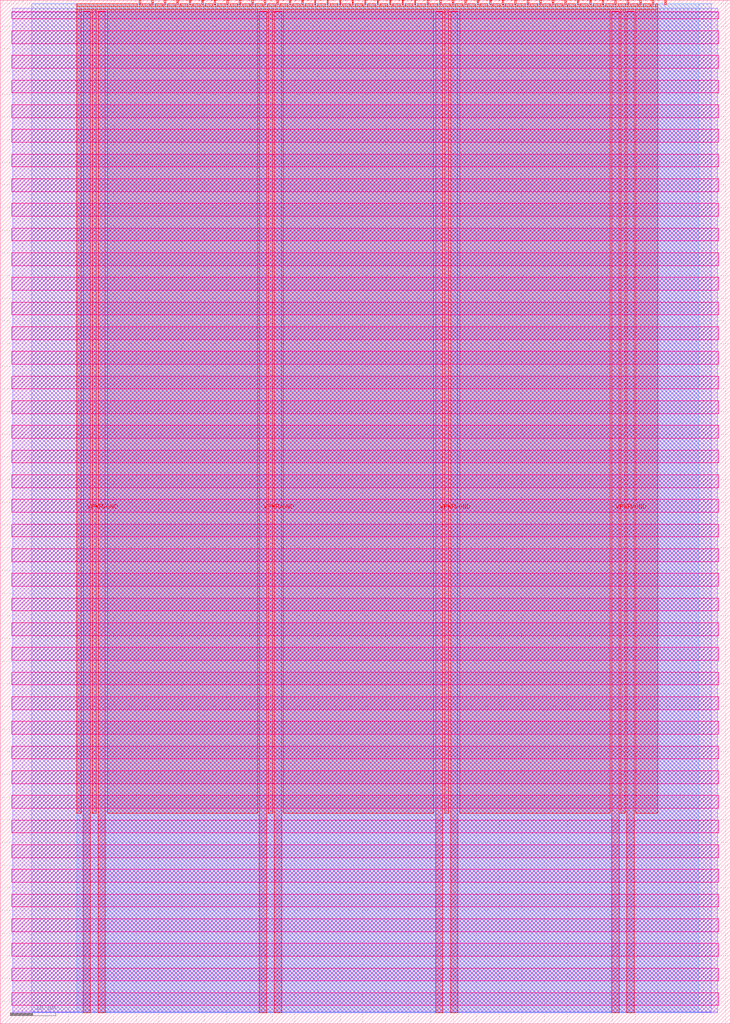
<source format=lef>
VERSION 5.7 ;
  NOWIREEXTENSIONATPIN ON ;
  DIVIDERCHAR "/" ;
  BUSBITCHARS "[]" ;
MACRO tt_um_dlmiles_poc_fskmodem_hdlctrx
  CLASS BLOCK ;
  FOREIGN tt_um_dlmiles_poc_fskmodem_hdlctrx ;
  ORIGIN 0.000 0.000 ;
  SIZE 161.000 BY 225.760 ;
  PIN VGND
    DIRECTION INOUT ;
    USE GROUND ;
    PORT
      LAYER met4 ;
        RECT 21.580 2.480 23.180 223.280 ;
    END
    PORT
      LAYER met4 ;
        RECT 60.450 2.480 62.050 223.280 ;
    END
    PORT
      LAYER met4 ;
        RECT 99.320 2.480 100.920 223.280 ;
    END
    PORT
      LAYER met4 ;
        RECT 138.190 2.480 139.790 223.280 ;
    END
  END VGND
  PIN VPWR
    DIRECTION INOUT ;
    USE POWER ;
    PORT
      LAYER met4 ;
        RECT 18.280 2.480 19.880 223.280 ;
    END
    PORT
      LAYER met4 ;
        RECT 57.150 2.480 58.750 223.280 ;
    END
    PORT
      LAYER met4 ;
        RECT 96.020 2.480 97.620 223.280 ;
    END
    PORT
      LAYER met4 ;
        RECT 134.890 2.480 136.490 223.280 ;
    END
  END VPWR
  PIN clk
    DIRECTION INPUT ;
    USE SIGNAL ;
    ANTENNAGATEAREA 0.852000 ;
    PORT
      LAYER met4 ;
        RECT 143.830 224.760 144.130 225.760 ;
    END
  END clk
  PIN ena
    DIRECTION INPUT ;
    USE SIGNAL ;
    PORT
      LAYER met4 ;
        RECT 146.590 224.760 146.890 225.760 ;
    END
  END ena
  PIN rst_n
    DIRECTION INPUT ;
    USE SIGNAL ;
    ANTENNAGATEAREA 0.196500 ;
    PORT
      LAYER met4 ;
        RECT 141.070 224.760 141.370 225.760 ;
    END
  END rst_n
  PIN ui_in[0]
    DIRECTION INPUT ;
    USE SIGNAL ;
    ANTENNAGATEAREA 0.196500 ;
    PORT
      LAYER met4 ;
        RECT 138.310 224.760 138.610 225.760 ;
    END
  END ui_in[0]
  PIN ui_in[1]
    DIRECTION INPUT ;
    USE SIGNAL ;
    ANTENNAGATEAREA 0.196500 ;
    PORT
      LAYER met4 ;
        RECT 135.550 224.760 135.850 225.760 ;
    END
  END ui_in[1]
  PIN ui_in[2]
    DIRECTION INPUT ;
    USE SIGNAL ;
    PORT
      LAYER met4 ;
        RECT 132.790 224.760 133.090 225.760 ;
    END
  END ui_in[2]
  PIN ui_in[3]
    DIRECTION INPUT ;
    USE SIGNAL ;
    ANTENNAGATEAREA 0.196500 ;
    PORT
      LAYER met4 ;
        RECT 130.030 224.760 130.330 225.760 ;
    END
  END ui_in[3]
  PIN ui_in[4]
    DIRECTION INPUT ;
    USE SIGNAL ;
    PORT
      LAYER met4 ;
        RECT 127.270 224.760 127.570 225.760 ;
    END
  END ui_in[4]
  PIN ui_in[5]
    DIRECTION INPUT ;
    USE SIGNAL ;
    ANTENNAGATEAREA 0.196500 ;
    PORT
      LAYER met4 ;
        RECT 124.510 224.760 124.810 225.760 ;
    END
  END ui_in[5]
  PIN ui_in[6]
    DIRECTION INPUT ;
    USE SIGNAL ;
    ANTENNAGATEAREA 0.196500 ;
    PORT
      LAYER met4 ;
        RECT 121.750 224.760 122.050 225.760 ;
    END
  END ui_in[6]
  PIN ui_in[7]
    DIRECTION INPUT ;
    USE SIGNAL ;
    ANTENNAGATEAREA 0.196500 ;
    PORT
      LAYER met4 ;
        RECT 118.990 224.760 119.290 225.760 ;
    END
  END ui_in[7]
  PIN uio_in[0]
    DIRECTION INPUT ;
    USE SIGNAL ;
    PORT
      LAYER met4 ;
        RECT 116.230 224.760 116.530 225.760 ;
    END
  END uio_in[0]
  PIN uio_in[1]
    DIRECTION INPUT ;
    USE SIGNAL ;
    ANTENNAGATEAREA 0.196500 ;
    PORT
      LAYER met4 ;
        RECT 113.470 224.760 113.770 225.760 ;
    END
  END uio_in[1]
  PIN uio_in[2]
    DIRECTION INPUT ;
    USE SIGNAL ;
    PORT
      LAYER met4 ;
        RECT 110.710 224.760 111.010 225.760 ;
    END
  END uio_in[2]
  PIN uio_in[3]
    DIRECTION INPUT ;
    USE SIGNAL ;
    PORT
      LAYER met4 ;
        RECT 107.950 224.760 108.250 225.760 ;
    END
  END uio_in[3]
  PIN uio_in[4]
    DIRECTION INPUT ;
    USE SIGNAL ;
    ANTENNAGATEAREA 0.196500 ;
    PORT
      LAYER met4 ;
        RECT 105.190 224.760 105.490 225.760 ;
    END
  END uio_in[4]
  PIN uio_in[5]
    DIRECTION INPUT ;
    USE SIGNAL ;
    PORT
      LAYER met4 ;
        RECT 102.430 224.760 102.730 225.760 ;
    END
  END uio_in[5]
  PIN uio_in[6]
    DIRECTION INPUT ;
    USE SIGNAL ;
    ANTENNAGATEAREA 0.196500 ;
    PORT
      LAYER met4 ;
        RECT 99.670 224.760 99.970 225.760 ;
    END
  END uio_in[6]
  PIN uio_in[7]
    DIRECTION INPUT ;
    USE SIGNAL ;
    ANTENNAGATEAREA 0.196500 ;
    PORT
      LAYER met4 ;
        RECT 96.910 224.760 97.210 225.760 ;
    END
  END uio_in[7]
  PIN uio_oe[0]
    DIRECTION OUTPUT ;
    USE SIGNAL ;
    ANTENNADIFFAREA 0.795200 ;
    PORT
      LAYER met4 ;
        RECT 49.990 224.760 50.290 225.760 ;
    END
  END uio_oe[0]
  PIN uio_oe[1]
    DIRECTION OUTPUT ;
    USE SIGNAL ;
    ANTENNADIFFAREA 0.795200 ;
    PORT
      LAYER met4 ;
        RECT 47.230 224.760 47.530 225.760 ;
    END
  END uio_oe[1]
  PIN uio_oe[2]
    DIRECTION OUTPUT ;
    USE SIGNAL ;
    ANTENNADIFFAREA 0.445500 ;
    PORT
      LAYER met4 ;
        RECT 44.470 224.760 44.770 225.760 ;
    END
  END uio_oe[2]
  PIN uio_oe[3]
    DIRECTION OUTPUT ;
    USE SIGNAL ;
    ANTENNADIFFAREA 0.445500 ;
    PORT
      LAYER met4 ;
        RECT 41.710 224.760 42.010 225.760 ;
    END
  END uio_oe[3]
  PIN uio_oe[4]
    DIRECTION OUTPUT ;
    USE SIGNAL ;
    ANTENNADIFFAREA 0.445500 ;
    PORT
      LAYER met4 ;
        RECT 38.950 224.760 39.250 225.760 ;
    END
  END uio_oe[4]
  PIN uio_oe[5]
    DIRECTION OUTPUT ;
    USE SIGNAL ;
    ANTENNADIFFAREA 0.445500 ;
    PORT
      LAYER met4 ;
        RECT 36.190 224.760 36.490 225.760 ;
    END
  END uio_oe[5]
  PIN uio_oe[6]
    DIRECTION OUTPUT ;
    USE SIGNAL ;
    ANTENNADIFFAREA 0.445500 ;
    PORT
      LAYER met4 ;
        RECT 33.430 224.760 33.730 225.760 ;
    END
  END uio_oe[6]
  PIN uio_oe[7]
    DIRECTION OUTPUT ;
    USE SIGNAL ;
    ANTENNADIFFAREA 0.445500 ;
    PORT
      LAYER met4 ;
        RECT 30.670 224.760 30.970 225.760 ;
    END
  END uio_oe[7]
  PIN uio_out[0]
    DIRECTION OUTPUT ;
    USE SIGNAL ;
    ANTENNADIFFAREA 0.445500 ;
    PORT
      LAYER met4 ;
        RECT 72.070 224.760 72.370 225.760 ;
    END
  END uio_out[0]
  PIN uio_out[1]
    DIRECTION OUTPUT ;
    USE SIGNAL ;
    ANTENNADIFFAREA 0.445500 ;
    PORT
      LAYER met4 ;
        RECT 69.310 224.760 69.610 225.760 ;
    END
  END uio_out[1]
  PIN uio_out[2]
    DIRECTION OUTPUT ;
    USE SIGNAL ;
    ANTENNADIFFAREA 0.891000 ;
    PORT
      LAYER met4 ;
        RECT 66.550 224.760 66.850 225.760 ;
    END
  END uio_out[2]
  PIN uio_out[3]
    DIRECTION OUTPUT ;
    USE SIGNAL ;
    ANTENNADIFFAREA 0.891000 ;
    PORT
      LAYER met4 ;
        RECT 63.790 224.760 64.090 225.760 ;
    END
  END uio_out[3]
  PIN uio_out[4]
    DIRECTION OUTPUT ;
    USE SIGNAL ;
    ANTENNADIFFAREA 0.453750 ;
    PORT
      LAYER met4 ;
        RECT 61.030 224.760 61.330 225.760 ;
    END
  END uio_out[4]
  PIN uio_out[5]
    DIRECTION OUTPUT ;
    USE SIGNAL ;
    ANTENNADIFFAREA 0.445500 ;
    PORT
      LAYER met4 ;
        RECT 58.270 224.760 58.570 225.760 ;
    END
  END uio_out[5]
  PIN uio_out[6]
    DIRECTION OUTPUT ;
    USE SIGNAL ;
    ANTENNADIFFAREA 0.891000 ;
    PORT
      LAYER met4 ;
        RECT 55.510 224.760 55.810 225.760 ;
    END
  END uio_out[6]
  PIN uio_out[7]
    DIRECTION OUTPUT ;
    USE SIGNAL ;
    ANTENNADIFFAREA 0.891000 ;
    PORT
      LAYER met4 ;
        RECT 52.750 224.760 53.050 225.760 ;
    END
  END uio_out[7]
  PIN uo_out[0]
    DIRECTION OUTPUT ;
    USE SIGNAL ;
    ANTENNADIFFAREA 0.795200 ;
    PORT
      LAYER met4 ;
        RECT 94.150 224.760 94.450 225.760 ;
    END
  END uo_out[0]
  PIN uo_out[1]
    DIRECTION OUTPUT ;
    USE SIGNAL ;
    ANTENNADIFFAREA 0.795200 ;
    PORT
      LAYER met4 ;
        RECT 91.390 224.760 91.690 225.760 ;
    END
  END uo_out[1]
  PIN uo_out[2]
    DIRECTION OUTPUT ;
    USE SIGNAL ;
    ANTENNADIFFAREA 0.795200 ;
    PORT
      LAYER met4 ;
        RECT 88.630 224.760 88.930 225.760 ;
    END
  END uo_out[2]
  PIN uo_out[3]
    DIRECTION OUTPUT ;
    USE SIGNAL ;
    ANTENNADIFFAREA 0.445500 ;
    PORT
      LAYER met4 ;
        RECT 85.870 224.760 86.170 225.760 ;
    END
  END uo_out[3]
  PIN uo_out[4]
    DIRECTION OUTPUT ;
    USE SIGNAL ;
    ANTENNADIFFAREA 0.445500 ;
    PORT
      LAYER met4 ;
        RECT 83.110 224.760 83.410 225.760 ;
    END
  END uo_out[4]
  PIN uo_out[5]
    DIRECTION OUTPUT ;
    USE SIGNAL ;
    ANTENNADIFFAREA 0.795200 ;
    PORT
      LAYER met4 ;
        RECT 80.350 224.760 80.650 225.760 ;
    END
  END uo_out[5]
  PIN uo_out[6]
    DIRECTION OUTPUT ;
    USE SIGNAL ;
    ANTENNADIFFAREA 0.445500 ;
    PORT
      LAYER met4 ;
        RECT 77.590 224.760 77.890 225.760 ;
    END
  END uo_out[6]
  PIN uo_out[7]
    DIRECTION OUTPUT ;
    USE SIGNAL ;
    ANTENNADIFFAREA 0.445500 ;
    PORT
      LAYER met4 ;
        RECT 74.830 224.760 75.130 225.760 ;
    END
  END uo_out[7]
  OBS
      LAYER nwell ;
        RECT 2.570 221.625 158.430 223.230 ;
        RECT 2.570 216.185 158.430 219.015 ;
        RECT 2.570 210.745 158.430 213.575 ;
        RECT 2.570 205.305 158.430 208.135 ;
        RECT 2.570 199.865 158.430 202.695 ;
        RECT 2.570 194.425 158.430 197.255 ;
        RECT 2.570 188.985 158.430 191.815 ;
        RECT 2.570 183.545 158.430 186.375 ;
        RECT 2.570 178.105 158.430 180.935 ;
        RECT 2.570 172.665 158.430 175.495 ;
        RECT 2.570 167.225 158.430 170.055 ;
        RECT 2.570 161.785 158.430 164.615 ;
        RECT 2.570 156.345 158.430 159.175 ;
        RECT 2.570 150.905 158.430 153.735 ;
        RECT 2.570 145.465 158.430 148.295 ;
        RECT 2.570 140.025 158.430 142.855 ;
        RECT 2.570 134.585 158.430 137.415 ;
        RECT 2.570 129.145 158.430 131.975 ;
        RECT 2.570 123.705 158.430 126.535 ;
        RECT 2.570 118.265 158.430 121.095 ;
        RECT 2.570 112.825 158.430 115.655 ;
        RECT 2.570 107.385 158.430 110.215 ;
        RECT 2.570 101.945 158.430 104.775 ;
        RECT 2.570 96.505 158.430 99.335 ;
        RECT 2.570 91.065 158.430 93.895 ;
        RECT 2.570 85.625 158.430 88.455 ;
        RECT 2.570 80.185 158.430 83.015 ;
        RECT 2.570 74.745 158.430 77.575 ;
        RECT 2.570 69.305 158.430 72.135 ;
        RECT 2.570 63.865 158.430 66.695 ;
        RECT 2.570 58.425 158.430 61.255 ;
        RECT 2.570 52.985 158.430 55.815 ;
        RECT 2.570 47.545 158.430 50.375 ;
        RECT 2.570 42.105 158.430 44.935 ;
        RECT 2.570 36.665 158.430 39.495 ;
        RECT 2.570 31.225 158.430 34.055 ;
        RECT 2.570 25.785 158.430 28.615 ;
        RECT 2.570 20.345 158.430 23.175 ;
        RECT 2.570 14.905 158.430 17.735 ;
        RECT 2.570 9.465 158.430 12.295 ;
        RECT 2.570 4.025 158.430 6.855 ;
      LAYER li1 ;
        RECT 2.760 2.635 158.240 223.125 ;
      LAYER met1 ;
        RECT 2.760 2.480 158.240 224.020 ;
      LAYER met2 ;
        RECT 7.000 2.535 156.760 224.925 ;
      LAYER met3 ;
        RECT 16.830 2.555 154.035 224.905 ;
      LAYER met4 ;
        RECT 16.855 224.360 30.270 224.905 ;
        RECT 31.370 224.360 33.030 224.905 ;
        RECT 34.130 224.360 35.790 224.905 ;
        RECT 36.890 224.360 38.550 224.905 ;
        RECT 39.650 224.360 41.310 224.905 ;
        RECT 42.410 224.360 44.070 224.905 ;
        RECT 45.170 224.360 46.830 224.905 ;
        RECT 47.930 224.360 49.590 224.905 ;
        RECT 50.690 224.360 52.350 224.905 ;
        RECT 53.450 224.360 55.110 224.905 ;
        RECT 56.210 224.360 57.870 224.905 ;
        RECT 58.970 224.360 60.630 224.905 ;
        RECT 61.730 224.360 63.390 224.905 ;
        RECT 64.490 224.360 66.150 224.905 ;
        RECT 67.250 224.360 68.910 224.905 ;
        RECT 70.010 224.360 71.670 224.905 ;
        RECT 72.770 224.360 74.430 224.905 ;
        RECT 75.530 224.360 77.190 224.905 ;
        RECT 78.290 224.360 79.950 224.905 ;
        RECT 81.050 224.360 82.710 224.905 ;
        RECT 83.810 224.360 85.470 224.905 ;
        RECT 86.570 224.360 88.230 224.905 ;
        RECT 89.330 224.360 90.990 224.905 ;
        RECT 92.090 224.360 93.750 224.905 ;
        RECT 94.850 224.360 96.510 224.905 ;
        RECT 97.610 224.360 99.270 224.905 ;
        RECT 100.370 224.360 102.030 224.905 ;
        RECT 103.130 224.360 104.790 224.905 ;
        RECT 105.890 224.360 107.550 224.905 ;
        RECT 108.650 224.360 110.310 224.905 ;
        RECT 111.410 224.360 113.070 224.905 ;
        RECT 114.170 224.360 115.830 224.905 ;
        RECT 116.930 224.360 118.590 224.905 ;
        RECT 119.690 224.360 121.350 224.905 ;
        RECT 122.450 224.360 124.110 224.905 ;
        RECT 125.210 224.360 126.870 224.905 ;
        RECT 127.970 224.360 129.630 224.905 ;
        RECT 130.730 224.360 132.390 224.905 ;
        RECT 133.490 224.360 135.150 224.905 ;
        RECT 136.250 224.360 137.910 224.905 ;
        RECT 139.010 224.360 140.670 224.905 ;
        RECT 141.770 224.360 143.430 224.905 ;
        RECT 144.530 224.360 145.065 224.905 ;
        RECT 16.855 223.680 145.065 224.360 ;
        RECT 16.855 46.415 17.880 223.680 ;
        RECT 20.280 46.415 21.180 223.680 ;
        RECT 23.580 46.415 56.750 223.680 ;
        RECT 59.150 46.415 60.050 223.680 ;
        RECT 62.450 46.415 95.620 223.680 ;
        RECT 98.020 46.415 98.920 223.680 ;
        RECT 101.320 46.415 134.490 223.680 ;
        RECT 136.890 46.415 137.790 223.680 ;
        RECT 140.190 46.415 145.065 223.680 ;
  END
END tt_um_dlmiles_poc_fskmodem_hdlctrx
END LIBRARY


</source>
